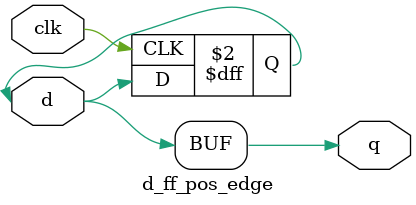
<source format=sv>
module top_module (
	input clk,
	input in,
	output logic out
);

  logic xor_output;
  logic flop_output;

  xor_gate xor1 (
	  .a(in),
	  .b(out),
	  .z(xor_output)
  );

  d_ff_pos_edge flop (
	  .clk(clk),
	  .d(xor_output),
	  .q(flop_output)
  );

  assign out = flop_output;

endmodule
module xor_gate (
	input a,
	input b,
	output z
);

  assign z = a ^ b;

endmodule
module d_ff_pos_edge (
	input clk,
	input d,
	output q
);

  reg q;

  always @(posedge clk) begin
	  q <= d;
  end

  assign q = d;

endmodule

</source>
